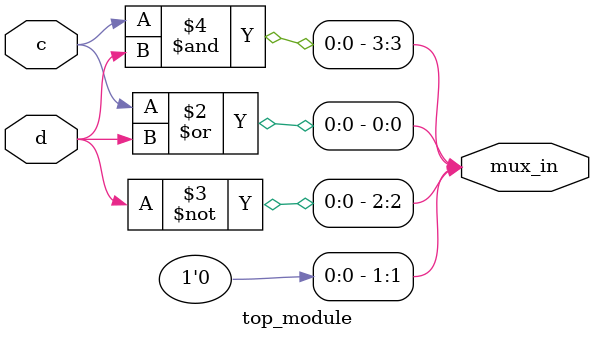
<source format=sv>
module top_module (
	input c,
	input d,
	output reg [3:0] mux_in
);

always @(*) begin
	mux_in[0] = c | d;
	mux_in[1] = 1'b0;
	mux_in[2] = ~d;
	mux_in[3] = c & d;
end

endmodule

</source>
